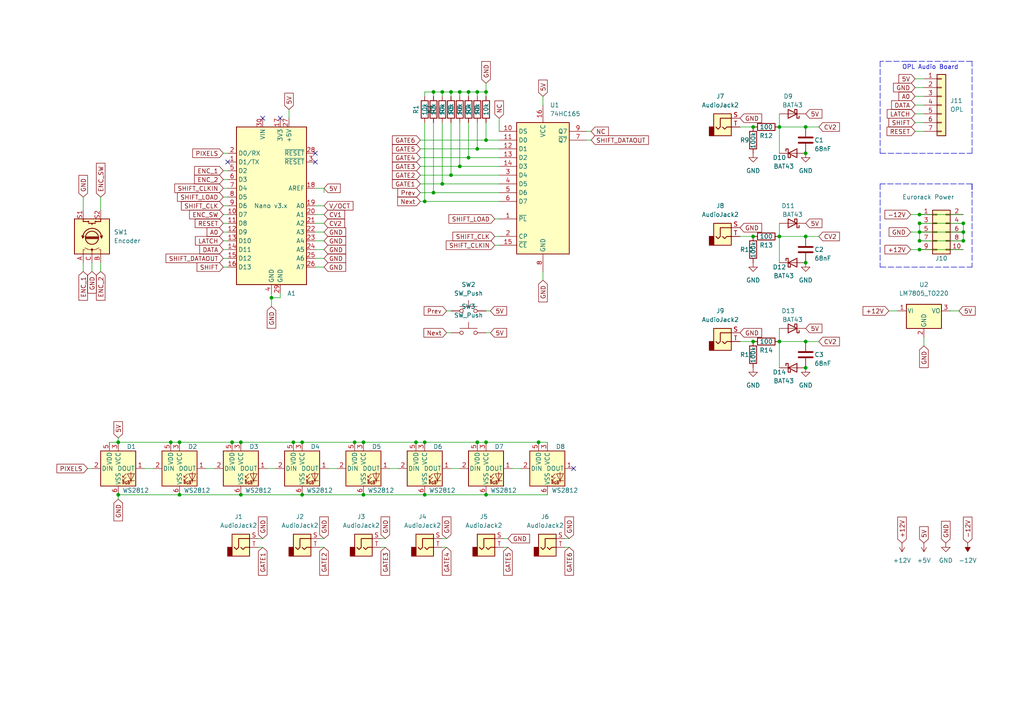
<source format=kicad_sch>
(kicad_sch (version 20211123) (generator eeschema)
  (paper "A4")
  (lib_symbols
    (symbol "74xx:74HC165"
      (property "Reference" "U" (at -7.62 19.05 0))
      (property "Value" "74HC165" (at -7.62 -21.59 0))
      (symbol "74HC165_1_0"
        (pin input line (at -12.7 -10.16 0) (length 5.08) (name "~{PL}") (number "1"))
        (pin input line (at -12.7 15.24 0) (length 5.08) (name "DS") (number "10"))
        (pin input line (at -12.7 12.7 0) (length 5.08) (name "D0") (number "11"))
        (pin input line (at -12.7 10.16 0) (length 5.08) (name "D1") (number "12"))
        (pin input line (at -12.7 7.62 0) (length 5.08) (name "D2") (number "13"))
        (pin input line (at -12.7 5.08 0) (length 5.08) (name "D3") (number "14"))
        (pin input line (at -12.7 -17.78 0) (length 5.08) (name "~{CE}") (number "15"))
        (pin power_in line (at 0 22.86 270) (length 5.08) (name "VCC") (number "16"))
        (pin input line (at -12.7 -15.24 0) (length 5.08) (name "CP") (number "2"))
        (pin input line (at -12.7 2.54 0) (length 5.08) (name "D4") (number "3"))
        (pin input line (at -12.7 0 0) (length 5.08) (name "D5") (number "4"))
        (pin input line (at -12.7 -2.54 0) (length 5.08) (name "D6") (number "5"))
        (pin input line (at -12.7 -5.08 0) (length 5.08) (name "D7") (number "6"))
        (pin output line (at 12.7 12.7 180) (length 5.08) (name "~{Q7}") (number "7"))
        (pin power_in line (at 0 -25.4 90) (length 5.08) (name "GND") (number "8"))
        (pin output line (at 12.7 15.24 180) (length 5.08) (name "Q7") (number "9"))
      )
      (symbol "74HC165_1_1"
        (rectangle (start -7.62 17.78) (end 7.62 -20.32) (stroke (width 0.254)) (fill (type background)))
      )
    )
    (symbol "Connector:AudioJack2"
      (property "Reference" "J" (at 0 8.89 0))
      (property "Value" "AudioJack2" (at 0 6.35 0))
      (symbol "AudioJack2_0_1"
        (rectangle (start -3.81 0) (end -2.54 -2.54) (stroke (width 0.254)) (fill (type outline)))
        (rectangle (start -2.54 3.81) (end 2.54 -2.54) (stroke (width 0.254)) (fill (type background)))
        (polyline (pts (xy 0 0) (xy 0.635 -0.635) (xy 1.27 0) (xy 2.54 0)) (stroke (width 0.254)))
        (polyline (pts (xy 2.54 2.54) (xy -0.635 2.54) (xy -0.635 0) (xy -1.27 -0.635) (xy -1.905 0)) (stroke (width 0.254)))
      )
      (symbol "AudioJack2_1_1"
        (pin passive line (at 5.08 2.54 180) (length 2.54) (name "~") (number "S"))
        (pin passive line (at 5.08 0 180) (length 2.54) (name "~") (number "T"))
      )
    )
    (symbol "Connector_Generic:Conn_01x07" (pin_names (offset 1.016) hide)
      (property "Reference" "J" (at 0 10.16 0))
      (property "Value" "Conn_01x07" (at 0 -10.16 0))
      (symbol "Conn_01x07_1_1"
        (rectangle (start -1.27 -7.493) (end 0 -7.747) (stroke (width 0.1524)))
        (rectangle (start -1.27 -4.953) (end 0 -5.207) (stroke (width 0.1524)))
        (rectangle (start -1.27 -2.413) (end 0 -2.667) (stroke (width 0.1524)))
        (rectangle (start -1.27 0.127) (end 0 -0.127) (stroke (width 0.1524)))
        (rectangle (start -1.27 2.667) (end 0 2.413) (stroke (width 0.1524)))
        (rectangle (start -1.27 5.207) (end 0 4.953) (stroke (width 0.1524)))
        (rectangle (start -1.27 7.747) (end 0 7.493) (stroke (width 0.1524)))
        (rectangle (start -1.27 8.89) (end 1.27 -8.89) (stroke (width 0.254)) (fill (type background)))
        (pin passive line (at -5.08 7.62 0) (length 3.81) (name "Pin_1") (number "1"))
        (pin passive line (at -5.08 5.08 0) (length 3.81) (name "Pin_2") (number "2"))
        (pin passive line (at -5.08 2.54 0) (length 3.81) (name "Pin_3") (number "3"))
        (pin passive line (at -5.08 0 0) (length 3.81) (name "Pin_4") (number "4"))
        (pin passive line (at -5.08 -2.54 0) (length 3.81) (name "Pin_5") (number "5"))
        (pin passive line (at -5.08 -5.08 0) (length 3.81) (name "Pin_6") (number "6"))
        (pin passive line (at -5.08 -7.62 0) (length 3.81) (name "Pin_7") (number "7"))
      )
    )
    (symbol "Connector_Generic:Conn_02x05_Odd_Even" (pin_names (offset 1.016) hide)
      (property "Reference" "J" (at 1.27 7.62 0))
      (property "Value" "Conn_02x05_Odd_Even" (at 1.27 -7.62 0))
      (symbol "Conn_02x05_Odd_Even_1_1"
        (rectangle (start -1.27 -4.953) (end 0 -5.207) (stroke (width 0.1524)))
        (rectangle (start -1.27 -2.413) (end 0 -2.667) (stroke (width 0.1524)))
        (rectangle (start -1.27 0.127) (end 0 -0.127) (stroke (width 0.1524)))
        (rectangle (start -1.27 2.667) (end 0 2.413) (stroke (width 0.1524)))
        (rectangle (start -1.27 5.207) (end 0 4.953) (stroke (width 0.1524)))
        (rectangle (start -1.27 6.35) (end 3.81 -6.35) (stroke (width 0.254)) (fill (type background)))
        (rectangle (start 3.81 -4.953) (end 2.54 -5.207) (stroke (width 0.1524)))
        (rectangle (start 3.81 -2.413) (end 2.54 -2.667) (stroke (width 0.1524)))
        (rectangle (start 3.81 0.127) (end 2.54 -0.127) (stroke (width 0.1524)))
        (rectangle (start 3.81 2.667) (end 2.54 2.413) (stroke (width 0.1524)))
        (rectangle (start 3.81 5.207) (end 2.54 4.953) (stroke (width 0.1524)))
        (pin passive line (at -5.08 5.08 0) (length 3.81) (name "Pin_1") (number "1"))
        (pin passive line (at 7.62 -5.08 180) (length 3.81) (name "Pin_10") (number "10"))
        (pin passive line (at 7.62 5.08 180) (length 3.81) (name "Pin_2") (number "2"))
        (pin passive line (at -5.08 2.54 0) (length 3.81) (name "Pin_3") (number "3"))
        (pin passive line (at 7.62 2.54 180) (length 3.81) (name "Pin_4") (number "4"))
        (pin passive line (at -5.08 0 0) (length 3.81) (name "Pin_5") (number "5"))
        (pin passive line (at 7.62 0 180) (length 3.81) (name "Pin_6") (number "6"))
        (pin passive line (at -5.08 -2.54 0) (length 3.81) (name "Pin_7") (number "7"))
        (pin passive line (at 7.62 -2.54 180) (length 3.81) (name "Pin_8") (number "8"))
        (pin passive line (at -5.08 -5.08 0) (length 3.81) (name "Pin_9") (number "9"))
      )
    )
    (symbol "Device:C" (pin_numbers hide) (pin_names (offset 0.254))
      (property "Reference" "C" (at 0.635 2.54 0))
      (property "Value" "C" (at 0.635 -2.54 0))
      (symbol "C_0_1"
        (polyline (pts (xy -2.032 -0.762) (xy 2.032 -0.762)) (stroke (width 0.508)))
        (polyline (pts (xy -2.032 0.762) (xy 2.032 0.762)) (stroke (width 0.508)))
      )
      (symbol "C_1_1"
        (pin passive line (at 0 3.81 270) (length 2.794) (name "~") (number "1"))
        (pin passive line (at 0 -3.81 90) (length 2.794) (name "~") (number "2"))
      )
    )
    (symbol "Device:R" (pin_numbers hide) (pin_names (offset 0))
      (property "Reference" "R" (at 2.032 0 90))
      (property "Value" "R" (at 0 0 90))
      (symbol "R_0_1"
        (rectangle (start -1.016 -2.54) (end 1.016 2.54) (stroke (width 0.254)))
      )
      (symbol "R_1_1"
        (pin passive line (at 0 3.81 270) (length 1.27) (name "~") (number "1"))
        (pin passive line (at 0 -3.81 90) (length 1.27) (name "~") (number "2"))
      )
    )
    (symbol "Device:RotaryEncoder_Switch" (pin_names (offset 0.254) hide)
      (property "Reference" "SW" (at 0 6.604 0))
      (property "Value" "RotaryEncoder_Switch" (at 0 -6.604 0))
      (symbol "RotaryEncoder_Switch_0_1"
        (rectangle (start -5.08 5.08) (end 5.08 -5.08) (stroke (width 0.254)) (fill (type background)))
        (circle (center -3.81 0) (radius 0.254) (fill (type outline)))
        (arc (start -0.381 -2.794) (mid 2.3622 -0.0508) (end -0.381 2.667) (stroke (width 0.254)))
        (circle (center -0.381 0) (radius 1.905) (stroke (width 0.254)))
        (polyline (pts (xy -0.635 -1.778) (xy -0.635 1.778)) (stroke (width 0.254)))
        (polyline (pts (xy -0.381 -1.778) (xy -0.381 1.778)) (stroke (width 0.254)))
        (polyline (pts (xy -0.127 1.778) (xy -0.127 -1.778)) (stroke (width 0.254)))
        (polyline (pts (xy 3.81 0) (xy 3.429 0)) (stroke (width 0.254)))
        (polyline (pts (xy 3.81 1.016) (xy 3.81 -1.016)) (stroke (width 0.254)))
        (polyline (pts (xy -5.08 -2.54) (xy -3.81 -2.54) (xy -3.81 -2.032)))
        (polyline (pts (xy -5.08 2.54) (xy -3.81 2.54) (xy -3.81 2.032)))
        (polyline (pts (xy 0.254 -3.048) (xy -0.508 -2.794) (xy 0.127 -2.413)) (stroke (width 0.254)))
        (polyline (pts (xy 0.254 2.921) (xy -0.508 2.667) (xy 0.127 2.286)) (stroke (width 0.254)))
        (polyline (pts (xy 5.08 -2.54) (xy 4.318 -2.54) (xy 4.318 -1.016)) (stroke (width 0.254)))
        (polyline (pts (xy 5.08 2.54) (xy 4.318 2.54) (xy 4.318 1.016)) (stroke (width 0.254)))
        (polyline (pts (xy -5.08 0) (xy -3.81 0) (xy -3.81 -1.016) (xy -3.302 -2.032)))
        (polyline (pts (xy -4.318 0) (xy -3.81 0) (xy -3.81 1.016) (xy -3.302 2.032)))
        (circle (center 4.318 -1.016) (radius 0.127) (stroke (width 0.254)))
        (circle (center 4.318 1.016) (radius 0.127) (stroke (width 0.254)))
      )
      (symbol "RotaryEncoder_Switch_1_1"
        (pin passive line (at -7.62 2.54 0) (length 2.54) (name "A") (number "A"))
        (pin passive line (at -7.62 -2.54 0) (length 2.54) (name "B") (number "B"))
        (pin passive line (at -7.62 0 0) (length 2.54) (name "C") (number "C"))
        (pin passive line (at 7.62 2.54 180) (length 2.54) (name "S1") (number "S1"))
        (pin passive line (at 7.62 -2.54 180) (length 2.54) (name "S2") (number "S2"))
      )
    )
    (symbol "Diode:BAT43" (pin_numbers hide) (pin_names (offset 1.016) hide)
      (property "Reference" "D" (at 0 2.54 0))
      (property "Value" "BAT43" (at 0 -2.54 0))
      (symbol "BAT43_0_1"
        (polyline (pts (xy 1.27 0) (xy -1.27 0)))
        (polyline (pts (xy 1.27 1.27) (xy 1.27 -1.27) (xy -1.27 0) (xy 1.27 1.27)) (stroke (width 0.254)))
        (polyline (pts (xy -1.905 0.635) (xy -1.905 1.27) (xy -1.27 1.27) (xy -1.27 -1.27) (xy -0.635 -1.27) (xy -0.635 -0.635)) (stroke (width 0.254)))
      )
      (symbol "BAT43_1_1"
        (pin passive line (at -3.81 0 0) (length 2.54) (name "K") (number "1"))
        (pin passive line (at 3.81 0 180) (length 2.54) (name "A") (number "2"))
      )
    )
    (symbol "LED:WS2812" (pin_names (offset 0.254))
      (property "Reference" "D" (at 5.08 5.715 0))
      (property "Value" "WS2812" (at 1.27 -5.715 0))
      (symbol "WS2812_0_0"
        (text "RGB" (at 2.286 -4.191 0) (effects (font (size 0.762 0.762))))
      )
      (symbol "WS2812_0_1"
        (polyline (pts (xy 1.27 -3.556) (xy 1.778 -3.556)))
        (polyline (pts (xy 1.27 -2.54) (xy 1.778 -2.54)))
        (polyline (pts (xy 4.699 -3.556) (xy 2.667 -3.556)))
        (polyline (pts (xy 2.286 -2.54) (xy 1.27 -3.556) (xy 1.27 -3.048)))
        (polyline (pts (xy 2.286 -1.524) (xy 1.27 -2.54) (xy 1.27 -2.032)))
        (polyline (pts (xy 3.683 -1.016) (xy 3.683 -3.556) (xy 3.683 -4.064)))
        (polyline (pts (xy 4.699 -1.524) (xy 2.667 -1.524) (xy 3.683 -3.556) (xy 4.699 -1.524)))
        (rectangle (start 5.08 5.08) (end -5.08 -5.08) (stroke (width 0.254)) (fill (type background)))
      )
      (symbol "WS2812_1_1"
        (pin output line (at 7.62 0 180) (length 2.54) (name "DOUT") (number "1"))
        (pin input line (at -7.62 0 0) (length 2.54) (name "DIN") (number "2"))
        (pin power_in line (at 0 7.62 270) (length 2.54) (name "VCC") (number "3"))
        (pin no_connect line (at 5.08 2.54 180) (length 2.54) hide (name "NC") (number "4"))
        (pin power_in line (at -2.54 7.62 270) (length 2.54) (name "VDD") (number "5"))
        (pin power_in line (at 0 -7.62 90) (length 2.54) (name "VSS") (number "6"))
      )
    )
    (symbol "MCU_Module:Arduino_Nano_v3.x"
      (property "Reference" "A" (at -10.16 23.495 0))
      (property "Value" "Arduino_Nano_v3.x" (at 5.08 -24.13 0))
      (symbol "Arduino_Nano_v3.x_0_1"
        (rectangle (start -10.16 22.86) (end 10.16 -22.86) (stroke (width 0.254)) (fill (type background)))
      )
      (symbol "Arduino_Nano_v3.x_1_1"
        (pin bidirectional line (at -12.7 12.7 0) (length 2.54) (name "D1/TX") (number "1"))
        (pin bidirectional line (at -12.7 -2.54 0) (length 2.54) (name "D7") (number "10"))
        (pin bidirectional line (at -12.7 -5.08 0) (length 2.54) (name "D8") (number "11"))
        (pin bidirectional line (at -12.7 -7.62 0) (length 2.54) (name "D9") (number "12"))
        (pin bidirectional line (at -12.7 -10.16 0) (length 2.54) (name "D10") (number "13"))
        (pin bidirectional line (at -12.7 -12.7 0) (length 2.54) (name "D11") (number "14"))
        (pin bidirectional line (at -12.7 -15.24 0) (length 2.54) (name "D12") (number "15"))
        (pin bidirectional line (at -12.7 -17.78 0) (length 2.54) (name "D13") (number "16"))
        (pin power_out line (at 2.54 25.4 270) (length 2.54) (name "3V3") (number "17"))
        (pin input line (at 12.7 5.08 180) (length 2.54) (name "AREF") (number "18"))
        (pin bidirectional line (at 12.7 0 180) (length 2.54) (name "A0") (number "19"))
        (pin bidirectional line (at -12.7 15.24 0) (length 2.54) (name "D0/RX") (number "2"))
        (pin bidirectional line (at 12.7 -2.54 180) (length 2.54) (name "A1") (number "20"))
        (pin bidirectional line (at 12.7 -5.08 180) (length 2.54) (name "A2") (number "21"))
        (pin bidirectional line (at 12.7 -7.62 180) (length 2.54) (name "A3") (number "22"))
        (pin bidirectional line (at 12.7 -10.16 180) (length 2.54) (name "A4") (number "23"))
        (pin bidirectional line (at 12.7 -12.7 180) (length 2.54) (name "A5") (number "24"))
        (pin bidirectional line (at 12.7 -15.24 180) (length 2.54) (name "A6") (number "25"))
        (pin bidirectional line (at 12.7 -17.78 180) (length 2.54) (name "A7") (number "26"))
        (pin power_out line (at 5.08 25.4 270) (length 2.54) (name "+5V") (number "27"))
        (pin input line (at 12.7 15.24 180) (length 2.54) (name "~{RESET}") (number "28"))
        (pin power_in line (at 2.54 -25.4 90) (length 2.54) (name "GND") (number "29"))
        (pin input line (at 12.7 12.7 180) (length 2.54) (name "~{RESET}") (number "3"))
        (pin power_in line (at -2.54 25.4 270) (length 2.54) (name "VIN") (number "30"))
        (pin power_in line (at 0 -25.4 90) (length 2.54) (name "GND") (number "4"))
        (pin bidirectional line (at -12.7 10.16 0) (length 2.54) (name "D2") (number "5"))
        (pin bidirectional line (at -12.7 7.62 0) (length 2.54) (name "D3") (number "6"))
        (pin bidirectional line (at -12.7 5.08 0) (length 2.54) (name "D4") (number "7"))
        (pin bidirectional line (at -12.7 2.54 0) (length 2.54) (name "D5") (number "8"))
        (pin bidirectional line (at -12.7 0 0) (length 2.54) (name "D6") (number "9"))
      )
    )
    (symbol "Regulator_Linear:LM7805_TO220" (pin_names (offset 0.254))
      (property "Reference" "U" (at -3.81 3.175 0))
      (property "Value" "LM7805_TO220" (at 0 3.175 0))
      (symbol "LM7805_TO220_0_1"
        (rectangle (start -5.08 1.905) (end 5.08 -5.08) (stroke (width 0.254)) (fill (type background)))
      )
      (symbol "LM7805_TO220_1_1"
        (pin power_in line (at -7.62 0 0) (length 2.54) (name "VI") (number "1"))
        (pin power_in line (at 0 -7.62 90) (length 2.54) (name "GND") (number "2"))
        (pin power_out line (at 7.62 0 180) (length 2.54) (name "VO") (number "3"))
      )
    )
    (symbol "Switch:SW_Push" (pin_numbers hide) (pin_names (offset 1.016) hide)
      (property "Reference" "SW" (at 1.27 2.54 0))
      (property "Value" "SW_Push" (at 0 -1.524 0))
      (symbol "SW_Push_0_1"
        (circle (center -2.032 0) (radius 0.508))
        (polyline (pts (xy 0 1.27) (xy 0 3.048)))
        (polyline (pts (xy 2.54 1.27) (xy -2.54 1.27)))
        (circle (center 2.032 0) (radius 0.508))
        (pin passive line (at -5.08 0 0) (length 2.54) (name "1") (number "1"))
        (pin passive line (at 5.08 0 180) (length 2.54) (name "2") (number "2"))
      )
    )
    (symbol "power:+12V" (power) (pin_names (offset 0))
      (property "Value" "+12V" (at 0 3.556 0))
      (symbol "+12V_0_1"
        (polyline (pts (xy -0.762 1.27) (xy 0 2.54)))
        (polyline (pts (xy 0 0) (xy 0 2.54)))
        (polyline (pts (xy 0 2.54) (xy 0.762 1.27)))
      )
      (symbol "+12V_1_1"
        (pin power_in line (at 0 0 90) (length 0) hide (name "+12V") (number "1"))
      )
    )
    (symbol "power:+5V" (power) (pin_names (offset 0))
      (property "Value" "+5V" (at 0 3.556 0))
      (symbol "+5V_0_1"
        (polyline (pts (xy -0.762 1.27) (xy 0 2.54)))
        (polyline (pts (xy 0 0) (xy 0 2.54)))
        (polyline (pts (xy 0 2.54) (xy 0.762 1.27)))
      )
      (symbol "+5V_1_1"
        (pin power_in line (at 0 0 90) (length 0) hide (name "+5V") (number "1"))
      )
    )
    (symbol "power:-12V" (power) (pin_names (offset 0))
      (property "Value" "-12V" (at 0 3.81 0))
      (symbol "-12V_0_0"
        (pin power_in line (at 0 0 90) (length 0) hide (name "-12V") (number "1"))
      )
      (symbol "-12V_0_1"
        (polyline (pts (xy 0 0) (xy 0 1.27) (xy 0.762 1.27) (xy 0 2.54) (xy -0.762 1.27) (xy 0 1.27)) (fill (type outline)))
      )
    )
    (symbol "power:GND" (power) (pin_names (offset 0))
      (property "Value" "GND" (at 0 -3.81 0))
      (symbol "GND_0_1"
        (polyline (pts (xy 0 0) (xy 0 -1.27) (xy 1.27 -1.27) (xy 0 -2.54) (xy -1.27 -1.27) (xy 0 -1.27)))
      )
      (symbol "GND_1_1"
        (pin power_in line (at 0 0 270) (length 0) hide (name "GND") (number "1"))
      )
    )
  )
  (junction (at 233.68 99.06))
  (junction (at 138.43 128.27))
  (junction (at 279.4 64.77))
  (junction (at 218.44 99.06))
  (junction (at 266.7 62.23))
  (junction (at 279.4 69.85))
  (junction (at 87.63 143.51))
  (junction (at 105.41 143.51))
  (junction (at 133.35 26.67))
  (junction (at 233.68 76.2))
  (junction (at 140.97 143.51))
  (junction (at 226.06 99.06))
  (junction (at 135.89 45.72))
  (junction (at 226.06 68.58))
  (junction (at 130.81 50.8))
  (junction (at 123.19 143.51))
  (junction (at 78.74 86.36))
  (junction (at 140.97 40.64))
  (junction (at 34.29 128.27))
  (junction (at 105.41 128.27))
  (junction (at 135.89 26.67))
  (junction (at 233.68 44.45))
  (junction (at 49.53 128.27))
  (junction (at 233.68 106.68))
  (junction (at 140.97 26.67))
  (junction (at 123.19 128.27))
  (junction (at 233.68 36.83))
  (junction (at 218.44 36.83))
  (junction (at 69.85 128.27))
  (junction (at 87.63 128.27))
  (junction (at 128.27 53.34))
  (junction (at 85.09 128.27))
  (junction (at 138.43 43.18))
  (junction (at 69.85 143.51))
  (junction (at 233.68 68.58))
  (junction (at 125.73 55.88))
  (junction (at 140.97 128.27))
  (junction (at 279.4 67.31))
  (junction (at 125.73 26.67))
  (junction (at 120.65 128.27))
  (junction (at 52.07 128.27))
  (junction (at 67.31 128.27))
  (junction (at 266.7 69.85))
  (junction (at 218.44 68.58))
  (junction (at 128.27 26.67))
  (junction (at 266.7 64.77))
  (junction (at 226.06 36.83))
  (junction (at 138.43 26.67))
  (junction (at 156.21 128.27))
  (junction (at 52.07 143.51))
  (junction (at 102.87 128.27))
  (junction (at 123.19 58.42))
  (junction (at 266.7 72.39))
  (junction (at 34.29 143.51))
  (junction (at 133.35 48.26))
  (junction (at 130.81 26.67))
  (junction (at 266.7 67.31))
  (no_connect (at 91.44 46.99))
  (no_connect (at 91.44 44.45))
  (no_connect (at 81.28 34.29))
  (no_connect (at 76.2 34.29))
  (no_connect (at 66.04 46.99))
  (no_connect (at 166.37 135.89))
  (wire (pts (xy 64.77 52.07) (xy 66.04 52.07)))
  (wire (pts (xy 41.91 135.89) (xy 44.45 135.89)))
  (wire (pts (xy 49.53 128.27) (xy 52.07 128.27)))
  (wire (pts (xy 110.49 158.75) (xy 111.76 158.75)))
  (wire (pts (xy 226.06 68.58) (xy 233.68 68.58)))
  (polyline (pts (xy 255.27 77.47) (xy 281.94 77.47)))
  (wire (pts (xy 157.48 27.94) (xy 157.48 30.48)))
  (wire (pts (xy 52.07 143.51) (xy 69.85 143.51)))
  (wire (pts (xy 130.81 35.56) (xy 130.81 50.8)))
  (wire (pts (xy 266.7 67.31) (xy 279.4 67.31)))
  (wire (pts (xy 64.77 59.69) (xy 66.04 59.69)))
  (wire (pts (xy 87.63 143.51) (xy 105.41 143.51)))
  (wire (pts (xy 233.68 43.18) (xy 233.68 44.45)))
  (wire (pts (xy 144.78 34.29) (xy 144.78 38.1)))
  (wire (pts (xy 64.77 69.85) (xy 66.04 69.85)))
  (wire (pts (xy 125.73 55.88) (xy 144.78 55.88)))
  (wire (pts (xy 135.89 45.72) (xy 144.78 45.72)))
  (wire (pts (xy 214.63 36.83) (xy 218.44 36.83)))
  (wire (pts (xy 128.27 156.21) (xy 129.54 156.21)))
  (wire (pts (xy 91.44 64.77) (xy 93.98 64.77)))
  (wire (pts (xy 91.44 74.93) (xy 93.98 74.93)))
  (polyline (pts (xy 281.94 53.34) (xy 255.27 53.34)))
  (wire (pts (xy 91.44 62.23) (xy 93.98 62.23)))
  (wire (pts (xy 214.63 99.06) (xy 218.44 99.06)))
  (wire (pts (xy 121.92 45.72) (xy 135.89 45.72)))
  (wire (pts (xy 91.44 67.31) (xy 93.98 67.31)))
  (wire (pts (xy 265.43 27.94) (xy 267.97 27.94)))
  (polyline (pts (xy 255.27 17.78) (xy 255.27 44.45)))
  (wire (pts (xy 266.7 62.23) (xy 279.4 62.23)))
  (wire (pts (xy 24.13 76.2) (xy 24.13 78.74)))
  (wire (pts (xy 226.06 99.06) (xy 226.06 106.68)))
  (wire (pts (xy 34.29 128.27) (xy 49.53 128.27)))
  (wire (pts (xy 133.35 35.56) (xy 133.35 48.26)))
  (wire (pts (xy 128.27 53.34) (xy 144.78 53.34)))
  (wire (pts (xy 91.44 59.69) (xy 93.98 59.69)))
  (wire (pts (xy 123.19 26.67) (xy 125.73 26.67)))
  (wire (pts (xy 146.05 158.75) (xy 147.32 158.75)))
  (polyline (pts (xy 255.27 53.34) (xy 255.27 77.47)))
  (wire (pts (xy 138.43 43.18) (xy 144.78 43.18)))
  (polyline (pts (xy 255.27 44.45) (xy 281.94 44.45)))
  (wire (pts (xy 129.54 90.17) (xy 130.81 90.17)))
  (wire (pts (xy 135.89 26.67) (xy 138.43 26.67)))
  (wire (pts (xy 226.06 99.06) (xy 233.68 99.06)))
  (wire (pts (xy 266.7 64.77) (xy 279.4 64.77)))
  (wire (pts (xy 264.16 62.23) (xy 266.7 62.23)))
  (wire (pts (xy 279.4 67.31) (xy 279.4 69.85)))
  (wire (pts (xy 121.92 43.18) (xy 138.43 43.18)))
  (wire (pts (xy 123.19 27.94) (xy 123.19 26.67)))
  (wire (pts (xy 156.21 128.27) (xy 158.75 128.27)))
  (wire (pts (xy 69.85 128.27) (xy 85.09 128.27)))
  (wire (pts (xy 140.97 24.13) (xy 140.97 26.67)))
  (wire (pts (xy 138.43 27.94) (xy 138.43 26.67)))
  (wire (pts (xy 121.92 53.34) (xy 128.27 53.34)))
  (wire (pts (xy 275.59 90.17) (xy 278.13 90.17)))
  (wire (pts (xy 64.77 64.77) (xy 66.04 64.77)))
  (wire (pts (xy 77.47 135.89) (xy 80.01 135.89)))
  (wire (pts (xy 91.44 69.85) (xy 93.98 69.85)))
  (wire (pts (xy 64.77 67.31) (xy 66.04 67.31)))
  (wire (pts (xy 110.49 156.21) (xy 111.76 156.21)))
  (wire (pts (xy 29.21 57.15) (xy 29.21 60.96)))
  (wire (pts (xy 143.51 63.5) (xy 144.78 63.5)))
  (wire (pts (xy 59.69 135.89) (xy 62.23 135.89)))
  (wire (pts (xy 130.81 26.67) (xy 133.35 26.67)))
  (wire (pts (xy 266.7 64.77) (xy 266.7 67.31)))
  (wire (pts (xy 233.68 36.83) (xy 237.49 36.83)))
  (wire (pts (xy 123.19 128.27) (xy 138.43 128.27)))
  (wire (pts (xy 143.51 68.58) (xy 144.78 68.58)))
  (wire (pts (xy 87.63 128.27) (xy 102.87 128.27)))
  (wire (pts (xy 163.83 158.75) (xy 165.1 158.75)))
  (wire (pts (xy 133.35 26.67) (xy 135.89 26.67)))
  (wire (pts (xy 69.85 143.51) (xy 87.63 143.51)))
  (polyline (pts (xy 281.94 17.78) (xy 262.89 17.78)))
  (wire (pts (xy 64.77 57.15) (xy 66.04 57.15)))
  (wire (pts (xy 129.54 96.52) (xy 130.81 96.52)))
  (wire (pts (xy 140.97 40.64) (xy 144.78 40.64)))
  (wire (pts (xy 133.35 27.94) (xy 133.35 26.67)))
  (wire (pts (xy 226.06 95.25) (xy 226.06 99.06)))
  (wire (pts (xy 146.05 156.21) (xy 147.32 156.21)))
  (wire (pts (xy 83.82 31.75) (xy 83.82 34.29)))
  (wire (pts (xy 64.77 44.45) (xy 66.04 44.45)))
  (wire (pts (xy 265.43 35.56) (xy 267.97 35.56)))
  (wire (pts (xy 34.29 127) (xy 34.29 128.27)))
  (wire (pts (xy 105.41 143.51) (xy 123.19 143.51)))
  (wire (pts (xy 265.43 38.1) (xy 267.97 38.1)))
  (wire (pts (xy 92.71 156.21) (xy 93.98 156.21)))
  (wire (pts (xy 26.67 76.2) (xy 26.67 78.74)))
  (wire (pts (xy 121.92 40.64) (xy 140.97 40.64)))
  (wire (pts (xy 25.4 135.89) (xy 26.67 135.89)))
  (wire (pts (xy 140.97 96.52) (xy 142.24 96.52)))
  (wire (pts (xy 279.4 64.77) (xy 279.4 67.31)))
  (wire (pts (xy 91.44 77.47) (xy 93.98 77.47)))
  (wire (pts (xy 102.87 128.27) (xy 105.41 128.27)))
  (wire (pts (xy 121.92 50.8) (xy 130.81 50.8)))
  (wire (pts (xy 138.43 128.27) (xy 140.97 128.27)))
  (wire (pts (xy 265.43 30.48) (xy 267.97 30.48)))
  (wire (pts (xy 140.97 26.67) (xy 140.97 27.94)))
  (wire (pts (xy 52.07 128.27) (xy 67.31 128.27)))
  (wire (pts (xy 74.93 158.75) (xy 76.2 158.75)))
  (wire (pts (xy 266.7 67.31) (xy 266.7 69.85)))
  (wire (pts (xy 125.73 27.94) (xy 125.73 26.67)))
  (wire (pts (xy 67.31 128.27) (xy 69.85 128.27)))
  (polyline (pts (xy 265.43 17.78) (xy 255.27 17.78)))
  (wire (pts (xy 113.03 135.89) (xy 115.57 135.89)))
  (wire (pts (xy 81.28 86.36) (xy 78.74 86.36)))
  (wire (pts (xy 125.73 35.56) (xy 125.73 55.88)))
  (wire (pts (xy 233.68 68.58) (xy 237.49 68.58)))
  (wire (pts (xy 140.97 143.51) (xy 158.75 143.51)))
  (wire (pts (xy 78.74 86.36) (xy 78.74 88.9)))
  (polyline (pts (xy 281.94 53.34) (xy 281.94 55.88)))
  (wire (pts (xy 214.63 68.58) (xy 218.44 68.58)))
  (wire (pts (xy 34.29 144.78) (xy 34.29 143.51)))
  (wire (pts (xy 226.06 68.58) (xy 226.06 76.2)))
  (wire (pts (xy 257.81 90.17) (xy 260.35 90.17)))
  (wire (pts (xy 91.44 72.39) (xy 93.98 72.39)))
  (wire (pts (xy 31.75 128.27) (xy 34.29 128.27)))
  (wire (pts (xy 123.19 58.42) (xy 144.78 58.42)))
  (wire (pts (xy 233.68 74.93) (xy 233.68 76.2)))
  (wire (pts (xy 64.77 77.47) (xy 66.04 77.47)))
  (wire (pts (xy 81.28 85.09) (xy 81.28 86.36)))
  (wire (pts (xy 130.81 50.8) (xy 144.78 50.8)))
  (wire (pts (xy 267.97 97.79) (xy 267.97 100.33)))
  (wire (pts (xy 64.77 49.53) (xy 66.04 49.53)))
  (wire (pts (xy 265.43 33.02) (xy 267.97 33.02)))
  (polyline (pts (xy 281.94 53.34) (xy 281.94 77.47)))
  (wire (pts (xy 140.97 35.56) (xy 140.97 40.64)))
  (wire (pts (xy 64.77 72.39) (xy 66.04 72.39)))
  (wire (pts (xy 85.09 128.27) (xy 87.63 128.27)))
  (wire (pts (xy 64.77 62.23) (xy 66.04 62.23)))
  (wire (pts (xy 233.68 99.06) (xy 237.49 99.06)))
  (wire (pts (xy 128.27 26.67) (xy 130.81 26.67)))
  (wire (pts (xy 92.71 158.75) (xy 93.98 158.75)))
  (wire (pts (xy 93.98 55.88) (xy 93.98 54.61)))
  (wire (pts (xy 138.43 26.67) (xy 140.97 26.67)))
  (wire (pts (xy 226.06 33.02) (xy 226.06 36.83)))
  (wire (pts (xy 64.77 54.61) (xy 66.04 54.61)))
  (wire (pts (xy 148.59 135.89) (xy 151.13 135.89)))
  (wire (pts (xy 266.7 69.85) (xy 279.4 69.85)))
  (wire (pts (xy 170.18 40.64) (xy 171.45 40.64)))
  (wire (pts (xy 266.7 72.39) (xy 279.4 72.39)))
  (wire (pts (xy 264.16 72.39) (xy 266.7 72.39)))
  (wire (pts (xy 233.68 105.41) (xy 233.68 106.68)))
  (wire (pts (xy 265.43 25.4) (xy 267.97 25.4)))
  (wire (pts (xy 135.89 35.56) (xy 135.89 45.72)))
  (wire (pts (xy 130.81 27.94) (xy 130.81 26.67)))
  (wire (pts (xy 121.92 55.88) (xy 125.73 55.88)))
  (wire (pts (xy 34.29 143.51) (xy 52.07 143.51)))
  (wire (pts (xy 265.43 22.86) (xy 267.97 22.86)))
  (wire (pts (xy 157.48 78.74) (xy 157.48 81.28)))
  (wire (pts (xy 125.73 26.67) (xy 128.27 26.67)))
  (wire (pts (xy 105.41 128.27) (xy 120.65 128.27)))
  (wire (pts (xy 138.43 35.56) (xy 138.43 43.18)))
  (polyline (pts (xy 281.94 44.45) (xy 281.94 17.78)))
  (wire (pts (xy 128.27 27.94) (xy 128.27 26.67)))
  (wire (pts (xy 226.06 36.83) (xy 226.06 44.45)))
  (wire (pts (xy 123.19 35.56) (xy 123.19 58.42)))
  (wire (pts (xy 226.06 64.77) (xy 226.06 68.58)))
  (wire (pts (xy 24.13 57.15) (xy 24.13 60.96)))
  (wire (pts (xy 143.51 71.12) (xy 144.78 71.12)))
  (wire (pts (xy 95.25 135.89) (xy 97.79 135.89)))
  (wire (pts (xy 120.65 128.27) (xy 123.19 128.27)))
  (wire (pts (xy 135.89 27.94) (xy 135.89 26.67)))
  (wire (pts (xy 123.19 143.51) (xy 140.97 143.51)))
  (wire (pts (xy 140.97 128.27) (xy 156.21 128.27)))
  (wire (pts (xy 264.16 67.31) (xy 266.7 67.31)))
  (wire (pts (xy 64.77 74.93) (xy 66.04 74.93)))
  (wire (pts (xy 78.74 85.09) (xy 78.74 86.36)))
  (wire (pts (xy 128.27 158.75) (xy 129.54 158.75)))
  (wire (pts (xy 130.81 135.89) (xy 133.35 135.89)))
  (wire (pts (xy 226.06 36.83) (xy 233.68 36.83)))
  (wire (pts (xy 74.93 156.21) (xy 76.2 156.21)))
  (wire (pts (xy 133.35 48.26) (xy 144.78 48.26)))
  (wire (pts (xy 29.21 76.2) (xy 29.21 78.74)))
  (wire (pts (xy 140.97 90.17) (xy 142.24 90.17)))
  (wire (pts (xy 121.92 48.26) (xy 133.35 48.26)))
  (wire (pts (xy 163.83 156.21) (xy 165.1 156.21)))
  (wire (pts (xy 170.18 38.1) (xy 171.45 38.1)))
  (wire (pts (xy 91.44 54.61) (xy 93.98 54.61)))
  (wire (pts (xy 128.27 35.56) (xy 128.27 53.34)))
  (wire (pts (xy 121.92 58.42) (xy 123.19 58.42)))
  (text "OPL Audio Board" (at 261.62 20.32 0) (effects (font (size 1.27 1.27)) (justify left bottom)))
  (global_label "GND" (shape input) (at 24.13 57.15 90) (property "Intersheet References" "${INTERSHEET_REFS}" (effects hide)))
  (global_label "GND" (shape input) (at 265.43 25.4 180) (property "Intersheet References" "${INTERSHEET_REFS}" (effects hide)))
  (global_label "GATE3" (shape input) (at 111.76 158.75 270) (property "Intersheet References" "${INTERSHEET_REFS}" (effects hide)))
  (global_label "GATE2" (shape input) (at 121.92 50.8 180) (property "Intersheet References" "${INTERSHEET_REFS}" (effects hide)))
  (global_label "GND" (shape input) (at 93.98 67.31 0) (property "Intersheet References" "${INTERSHEET_REFS}" (effects hide)))
  (global_label "CV2" (shape input) (at 237.49 99.06 0) (property "Intersheet References" "${INTERSHEET_REFS}" (effects hide)))
  (global_label "GND" (shape input) (at 214.63 66.04 0) (property "Intersheet References" "${INTERSHEET_REFS}" (effects hide)))
  (global_label "DATA" (shape input) (at 265.43 30.48 180) (property "Intersheet References" "${INTERSHEET_REFS}" (effects hide)))
  (global_label "5V" (shape input) (at 267.97 157.48 90) (property "Intersheet References" "${INTERSHEET_REFS}" (effects hide)))
  (global_label "GND" (shape input) (at 267.97 100.33 270) (property "Intersheet References" "${INTERSHEET_REFS}" (effects hide)))
  (global_label "GND" (shape input) (at 34.29 144.78 270) (property "Intersheet References" "${INTERSHEET_REFS}" (effects hide)))
  (global_label "GND" (shape input) (at 76.2 156.21 90) (property "Intersheet References" "${INTERSHEET_REFS}" (effects hide)))
  (global_label "GATE4" (shape input) (at 129.54 158.75 270) (property "Intersheet References" "${INTERSHEET_REFS}" (effects hide)))
  (global_label "DATA" (shape input) (at 64.77 72.39 180) (property "Intersheet References" "${INTERSHEET_REFS}" (effects hide)))
  (global_label "GND" (shape input) (at 111.76 156.21 90) (property "Intersheet References" "${INTERSHEET_REFS}" (effects hide)))
  (global_label "GATE5" (shape input) (at 147.32 158.75 270) (property "Intersheet References" "${INTERSHEET_REFS}" (effects hide)))
  (global_label "5V" (shape input) (at 142.24 90.17 0) (property "Intersheet References" "${INTERSHEET_REFS}" (effects hide)))
  (global_label "PIXELS" (shape input) (at 64.77 44.45 180) (property "Intersheet References" "${INTERSHEET_REFS}" (effects hide)))
  (global_label "GATE6" (shape input) (at 165.1 158.75 270) (property "Intersheet References" "${INTERSHEET_REFS}" (effects hide)))
  (global_label "GND" (shape input) (at 165.1 156.21 90) (property "Intersheet References" "${INTERSHEET_REFS}" (effects hide)))
  (global_label "GND" (shape input) (at 93.98 156.21 90) (property "Intersheet References" "${INTERSHEET_REFS}" (effects hide)))
  (global_label "GATE6" (shape input) (at 121.92 40.64 180) (property "Intersheet References" "${INTERSHEET_REFS}" (effects hide)))
  (global_label "5V" (shape input) (at 83.82 31.75 90) (property "Intersheet References" "${INTERSHEET_REFS}" (effects hide)))
  (global_label "5V" (shape input) (at 278.13 90.17 0) (property "Intersheet References" "${INTERSHEET_REFS}" (effects hide)))
  (global_label "GATE1" (shape input) (at 76.2 158.75 270) (property "Intersheet References" "${INTERSHEET_REFS}" (effects hide)))
  (global_label "GND" (shape input) (at 93.98 72.39 0) (property "Intersheet References" "${INTERSHEET_REFS}" (effects hide)))
  (global_label "LATCH" (shape input) (at 265.43 33.02 180) (property "Intersheet References" "${INTERSHEET_REFS}" (effects hide)))
  (global_label "CV2" (shape input) (at 237.49 68.58 0) (property "Intersheet References" "${INTERSHEET_REFS}" (effects hide)))
  (global_label "V{slash}OCT" (shape input) (at 93.98 59.69 0) (property "Intersheet References" "${INTERSHEET_REFS}" (effects hide)))
  (global_label "CV1" (shape input) (at 93.98 62.23 0) (property "Intersheet References" "${INTERSHEET_REFS}" (effects hide)))
  (global_label "SHIFT_CLK" (shape input) (at 64.77 59.69 180) (property "Intersheet References" "${INTERSHEET_REFS}" (effects hide)))
  (global_label "ENC_2" (shape input) (at 29.21 78.74 270) (property "Intersheet References" "${INTERSHEET_REFS}" (effects hide)))
  (global_label "5V" (shape input) (at 157.48 27.94 90) (property "Intersheet References" "${INTERSHEET_REFS}" (effects hide)))
  (global_label "GND" (shape input) (at 264.16 67.31 180) (property "Intersheet References" "${INTERSHEET_REFS}" (effects hide)))
  (global_label "GND" (shape input) (at 78.74 88.9 270) (property "Intersheet References" "${INTERSHEET_REFS}" (effects hide)))
  (global_label "GATE1" (shape input) (at 121.92 53.34 180) (property "Intersheet References" "${INTERSHEET_REFS}" (effects hide)))
  (global_label "GND" (shape input) (at 26.67 78.74 270) (property "Intersheet References" "${INTERSHEET_REFS}" (effects hide)))
  (global_label "SHIFT_CLKIN" (shape input) (at 64.77 54.61 180) (property "Intersheet References" "${INTERSHEET_REFS}" (effects hide)))
  (global_label "SHIFT" (shape input) (at 265.43 35.56 180) (property "Intersheet References" "${INTERSHEET_REFS}" (effects hide)))
  (global_label "+12V" (shape input) (at 261.62 157.48 90) (property "Intersheet References" "${INTERSHEET_REFS}" (effects hide)))
  (global_label "CV2" (shape input) (at 237.49 36.83 0) (property "Intersheet References" "${INTERSHEET_REFS}" (effects hide)))
  (global_label "GND" (shape input) (at 157.48 81.28 270) (property "Intersheet References" "${INTERSHEET_REFS}" (effects hide)))
  (global_label "RESET" (shape input) (at 265.43 38.1 180) (property "Intersheet References" "${INTERSHEET_REFS}" (effects hide)))
  (global_label "GND" (shape input) (at 274.32 157.48 90) (property "Intersheet References" "${INTERSHEET_REFS}" (effects hide)))
  (global_label "GND" (shape input) (at 147.32 156.21 0) (property "Intersheet References" "${INTERSHEET_REFS}" (effects hide)))
  (global_label "GND" (shape input) (at 129.54 156.21 90) (property "Intersheet References" "${INTERSHEET_REFS}" (effects hide)))
  (global_label "5V" (shape input) (at 265.43 22.86 180) (property "Intersheet References" "${INTERSHEET_REFS}" (effects hide)))
  (global_label "LATCH" (shape input) (at 64.77 69.85 180) (property "Intersheet References" "${INTERSHEET_REFS}" (effects hide)))
  (global_label "Prev" (shape input) (at 129.54 90.17 180) (property "Intersheet References" "${INTERSHEET_REFS}" (effects hide)))
  (global_label "PIXELS" (shape input) (at 25.4 135.89 180) (property "Intersheet References" "${INTERSHEET_REFS}" (effects hide)))
  (global_label "Next" (shape input) (at 129.54 96.52 180) (property "Intersheet References" "${INTERSHEET_REFS}" (effects hide)))
  (global_label "GATE2" (shape input) (at 93.98 158.75 270) (property "Intersheet References" "${INTERSHEET_REFS}" (effects hide)))
  (global_label "SHIFT_DATAOUT" (shape input) (at 64.77 74.93 180) (property "Intersheet References" "${INTERSHEET_REFS}" (effects hide)))
  (global_label "ENC_1" (shape input) (at 64.77 49.53 180) (property "Intersheet References" "${INTERSHEET_REFS}" (effects hide)))
  (global_label "5V" (shape input) (at 233.68 64.77 0) (property "Intersheet References" "${INTERSHEET_REFS}" (effects hide)))
  (global_label "GND" (shape input) (at 214.63 96.52 0) (property "Intersheet References" "${INTERSHEET_REFS}" (effects hide)))
  (global_label "SHIFT" (shape input) (at 64.77 77.47 180) (property "Intersheet References" "${INTERSHEET_REFS}" (effects hide)))
  (global_label "Prev" (shape input) (at 121.92 55.88 180) (property "Intersheet References" "${INTERSHEET_REFS}" (effects hide)))
  (global_label "GND" (shape input) (at 93.98 77.47 0) (property "Intersheet References" "${INTERSHEET_REFS}" (effects hide)))
  (global_label "RESET" (shape input) (at 64.77 64.77 180) (property "Intersheet References" "${INTERSHEET_REFS}" (effects hide)))
  (global_label "NC" (shape input) (at 144.78 34.29 90) (property "Intersheet References" "${INTERSHEET_REFS}" (effects hide)))
  (global_label "-12V" (shape input) (at 280.67 157.48 90) (property "Intersheet References" "${INTERSHEET_REFS}" (effects hide)))
  (global_label "SHIFT_LOAD" (shape input) (at 143.51 63.5 180) (property "Intersheet References" "${INTERSHEET_REFS}" (effects hide)))
  (global_label "+12V" (shape input) (at 264.16 72.39 180) (property "Intersheet References" "${INTERSHEET_REFS}" (effects hide)))
  (global_label "5V" (shape input) (at 233.68 95.25 0) (property "Intersheet References" "${INTERSHEET_REFS}" (effects hide)))
  (global_label "SHIFT_CLK" (shape input) (at 143.51 68.58 180) (property "Intersheet References" "${INTERSHEET_REFS}" (effects hide)))
  (global_label "5V" (shape input) (at 142.24 96.52 0) (property "Intersheet References" "${INTERSHEET_REFS}" (effects hide)))
  (global_label "5V" (shape input) (at 233.68 33.02 0) (property "Intersheet References" "${INTERSHEET_REFS}" (effects hide)))
  (global_label "SHIFT_LOAD" (shape input) (at 64.77 57.15 180) (property "Intersheet References" "${INTERSHEET_REFS}" (effects hide)))
  (global_label "GND" (shape input) (at 93.98 74.93 0) (property "Intersheet References" "${INTERSHEET_REFS}" (effects hide)))
  (global_label "+12V" (shape input) (at 257.81 90.17 180) (property "Intersheet References" "${INTERSHEET_REFS}" (effects hide)))
  (global_label "GATE5" (shape input) (at 121.92 43.18 180) (property "Intersheet References" "${INTERSHEET_REFS}" (effects hide)))
  (global_label "A0" (shape input) (at 265.43 27.94 180) (property "Intersheet References" "${INTERSHEET_REFS}" (effects hide)))
  (global_label "5V" (shape input) (at 93.98 54.61 0) (property "Intersheet References" "${INTERSHEET_REFS}" (effects hide)))
  (global_label "GATE4" (shape input) (at 121.92 45.72 180) (property "Intersheet References" "${INTERSHEET_REFS}" (effects hide)))
  (global_label "GND" (shape input) (at 93.98 69.85 0) (property "Intersheet References" "${INTERSHEET_REFS}" (effects hide)))
  (global_label "ENC_SW" (shape input) (at 64.77 62.23 180) (property "Intersheet References" "${INTERSHEET_REFS}" (effects hide)))
  (global_label "GND" (shape input) (at 214.63 34.29 0) (property "Intersheet References" "${INTERSHEET_REFS}" (effects hide)))
  (global_label "GND" (shape input) (at 140.97 24.13 90) (property "Intersheet References" "${INTERSHEET_REFS}" (effects hide)))
  (global_label "ENC_2" (shape input) (at 64.77 52.07 180) (property "Intersheet References" "${INTERSHEET_REFS}" (effects hide)))
  (global_label "SHIFT_CLKIN" (shape input) (at 143.51 71.12 180) (property "Intersheet References" "${INTERSHEET_REFS}" (effects hide)))
  (global_label "ENC_SW" (shape input) (at 29.21 57.15 90) (property "Intersheet References" "${INTERSHEET_REFS}" (effects hide)))
  (global_label "SHIFT_DATAOUT" (shape input) (at 171.45 40.64 0) (property "Intersheet References" "${INTERSHEET_REFS}" (effects hide)))
  (global_label "ENC_1" (shape input) (at 24.13 78.74 270) (property "Intersheet References" "${INTERSHEET_REFS}" (effects hide)))
  (global_label "CV2" (shape input) (at 93.98 64.77 0) (property "Intersheet References" "${INTERSHEET_REFS}" (effects hide)))
  (global_label "Next" (shape input) (at 121.92 58.42 180) (property "Intersheet References" "${INTERSHEET_REFS}" (effects hide)))
  (global_label "GATE3" (shape input) (at 121.92 48.26 180) (property "Intersheet References" "${INTERSHEET_REFS}" (effects hide)))
  (global_label "NC" (shape input) (at 171.45 38.1 0) (property "Intersheet References" "${INTERSHEET_REFS}" (effects hide)))
  (global_label "5V" (shape input) (at 34.29 127 90) (property "Intersheet References" "${INTERSHEET_REFS}" (effects hide)))
  (global_label "-12V" (shape input) (at 264.16 62.23 180) (property "Intersheet References" "${INTERSHEET_REFS}" (effects hide)))
  (global_label "A0" (shape input) (at 64.77 67.31 180) (property "Intersheet References" "${INTERSHEET_REFS}" (effects hide)))
  (symbol (lib_id "Device:C") (at 233.68 102.87 0) (unit 1)
    (property "Reference" "C3" (at 236.22 102.87 0) (effects (justify left)))
    (property "Value" "68nF" (at 236.22 105.41 0) (effects (justify left)))
    (property "Footprint" "Capacitor_SMD:C_0805_2012Metric" (effects hide))
  )
  (symbol (lib_id "Device:R") (at 222.25 99.06 90) (unit 1)
    (property "Reference" "R14" (at 222.25 101.6 90))
    (property "Value" "100" (at 222.25 99.06 90))
    (property "Footprint" "Resistor_SMD:R_0805_2012Metric" (effects hide))
  )
  (symbol (lib_id "Connector:AudioJack2") (at 105.41 158.75 0) (unit 1)
    (property "Reference" "J3" (at 104.775 149.86 0))
    (property "Value" "AudioJack2" (at 104.775 152.4 0))
    (property "Footprint" "Connector_Audio:Jack_3.5mm_QingPu_WQP-PJ398SM_Vertical_CircularHoles" (effects hide))
  )
  (symbol (lib_id "Device:RotaryEncoder_Switch") (at 26.67 68.58 90) (unit 1)
    (property "Reference" "SW1" (at 33.02 67.3099 90) (effects (justify right)))
    (property "Value" "Encoder" (at 33.02 69.8499 90) (effects (justify right)))
    (property "Footprint" "Rotary_Encoder:RotaryEncoder_Alps_EC11E-Switch_Vertical_H20mm" (effects hide))
  )
  (symbol (lib_id "Switch:SW_Push") (at 135.89 90.17 0) (unit 1)
    (property "Reference" "SW2" (at 135.89 82.55 0))
    (property "Value" "SW_Push" (at 135.89 85.09 0))
    (property "Footprint" "Button_Switch_THT:SW_PUSH_6mm_H5mm" (effects hide))
  )
  (symbol (lib_id "Device:R") (at 218.44 72.39 0) (unit 1)
    (property "Reference" "R10" (at 214.63 72.39 0) (effects (justify left)))
    (property "Value" "100k" (at 218.44 74.93 90) (effects (justify left)))
    (property "Footprint" "Resistor_SMD:R_0805_2012Metric" (effects hide))
  )
  (symbol (lib_id "Connector:AudioJack2") (at 123.19 158.75 0) (unit 1)
    (property "Reference" "J4" (at 122.555 149.86 0))
    (property "Value" "AudioJack2" (at 122.555 152.4 0))
    (property "Footprint" "Connector_Audio:Jack_3.5mm_QingPu_WQP-PJ398SM_Vertical_CircularHoles" (effects hide))
  )
  (symbol (lib_id "Device:R") (at 140.97 31.75 0) (unit 1)
    (property "Reference" "R8" (at 138.43 31.75 90))
    (property "Value" "10k" (at 140.97 31.75 90))
    (property "Footprint" "Resistor_SMD:R_0805_2012Metric" (effects hide))
  )
  (symbol (lib_id "LED:WS2812") (at 123.19 135.89 0) (unit 1)
    (property "Reference" "D6" (at 127 129.54 0))
    (property "Value" "WS2812" (at 128.27 142.24 0))
    (property "Footprint" "LED_SMD:LED_WS2812_PLCC6_5.0x5.0mm_P1.6mm" (effects hide))
    (property "Datasheet" "https://cdn-shop.adafruit.com/datasheets/WS2812.pdf" (effects hide))
  )
  (symbol (lib_id "power:GND") (at 218.44 106.68 0) (unit 1)
    (property "Reference" "#PWR03" (effects hide))
    (property "Value" "GND" (at 218.44 111.76 0))
  )
  (symbol (lib_id "Device:R") (at 128.27 31.75 0) (unit 1)
    (property "Reference" "R3" (at 125.73 31.75 90))
    (property "Value" "10k" (at 128.27 31.75 90))
    (property "Footprint" "Resistor_SMD:R_0805_2012Metric" (effects hide))
  )
  (symbol (lib_id "Diode:BAT43") (at 229.87 44.45 0) (unit 1)
    (property "Reference" "D10" (at 226.06 45.72 0))
    (property "Value" "BAT43" (at 227.33 48.26 0))
    (property "Footprint" "Diode_SMD:D_0805_2012Metric" (effects hide))
    (property "Datasheet" "http://www.vishay.com/docs/85660/bat42.pdf" (effects hide))
  )
  (symbol (lib_id "power:GND") (at 274.32 157.48 0) (unit 1)
    (property "Reference" "#PWR09" (effects hide))
    (property "Value" "GND" (at 274.32 162.56 0))
  )
  (symbol (lib_id "MCU_Module:Arduino_Nano_v3.x") (at 78.74 59.69 0) (unit 1)
    (property "Reference" "A1" (at 83.2994 85.09 0) (effects (justify left)))
    (property "Value" "Nano v3.x" (at 73.66 59.69 0) (effects (justify left)))
    (property "Footprint" "Module:Arduino_Nano_WithMountingHoles" (effects hide))
    (property "Datasheet" "http://www.mouser.com/pdfdocs/Gravitech_Arduino_Nano3_0.pdf" (effects hide))
  )
  (symbol (lib_id "LED:WS2812") (at 87.63 135.89 0) (unit 1)
    (property "Reference" "D4" (at 91.44 129.54 0))
    (property "Value" "WS2812" (at 92.71 142.24 0))
    (property "Footprint" "LED_SMD:LED_WS2812_PLCC6_5.0x5.0mm_P1.6mm" (effects hide))
    (property "Datasheet" "https://cdn-shop.adafruit.com/datasheets/WS2812.pdf" (effects hide))
  )
  (symbol (lib_id "Device:R") (at 135.89 31.75 0) (unit 1)
    (property "Reference" "R6" (at 133.35 31.75 90))
    (property "Value" "10k" (at 135.89 31.75 90))
    (property "Footprint" "Resistor_SMD:R_0805_2012Metric" (effects hide))
  )
  (symbol (lib_id "Device:R") (at 138.43 31.75 0) (unit 1)
    (property "Reference" "R7" (at 135.89 31.75 90))
    (property "Value" "10k" (at 138.43 31.75 90))
    (property "Footprint" "Resistor_SMD:R_0805_2012Metric" (effects hide))
  )
  (symbol (lib_id "LED:WS2812") (at 105.41 135.89 0) (unit 1)
    (property "Reference" "D5" (at 109.22 129.54 0))
    (property "Value" "WS2812" (at 110.49 142.24 0))
    (property "Footprint" "LED_SMD:LED_WS2812_PLCC6_5.0x5.0mm_P1.6mm" (effects hide))
    (property "Datasheet" "https://cdn-shop.adafruit.com/datasheets/WS2812.pdf" (effects hide))
  )
  (symbol (lib_id "Connector_Generic:Conn_02x05_Odd_Even") (at 271.78 67.31 0) (unit 1)
    (property "Reference" "J10" (at 273.05 74.93 0))
    (property "Value" "Eurorack Power" (at 269.24 57.15 0))
    (property "Footprint" "Connector_IDC:IDC-Header_2x05_P2.54mm_Vertical" (effects hide))
  )
  (symbol (lib_id "Device:C") (at 233.68 40.64 0) (unit 1)
    (property "Reference" "C1" (at 236.22 40.64 0) (effects (justify left)))
    (property "Value" "68nF" (at 236.22 43.18 0) (effects (justify left)))
    (property "Footprint" "Capacitor_SMD:C_0805_2012Metric" (effects hide))
  )
  (symbol (lib_id "power:GND") (at 218.44 76.2 0) (unit 1)
    (property "Reference" "#PWR02" (effects hide))
    (property "Value" "GND" (at 218.44 81.28 0))
  )
  (symbol (lib_id "Regulator_Linear:LM7805_TO220") (at 267.97 90.17 0) (unit 1)
    (property "Reference" "U2" (at 267.97 82.55 0))
    (property "Value" "LM7805_TO220" (at 267.97 85.09 0))
    (property "Footprint" "Package_TO_SOT_SMD:SOT-223-3_TabPin2" (effects hide))
    (property "Datasheet" "https://www.onsemi.cn/PowerSolutions/document/MC7800-D.PDF" (effects hide))
  )
  (symbol (lib_id "power:-12V") (at 280.67 157.48 180) (unit 1)
    (property "Reference" "#PWR010" (effects hide))
    (property "Value" "-12V" (at 280.67 162.56 0))
  )
  (symbol (lib_id "LED:WS2812") (at 52.07 135.89 0) (unit 1)
    (property "Reference" "D2" (at 55.88 129.54 0))
    (property "Value" "WS2812" (at 57.15 142.24 0))
    (property "Footprint" "LED_SMD:LED_WS2812_PLCC6_5.0x5.0mm_P1.6mm" (effects hide))
    (property "Datasheet" "https://cdn-shop.adafruit.com/datasheets/WS2812.pdf" (effects hide))
  )
  (symbol (lib_id "Device:R") (at 123.19 31.75 0) (unit 1)
    (property "Reference" "R1" (at 120.65 31.75 90))
    (property "Value" "10k" (at 123.19 31.75 90))
    (property "Footprint" "Resistor_SMD:R_0805_2012Metric" (effects hide))
  )
  (symbol (lib_id "power:GND") (at 233.68 106.68 0) (unit 1)
    (property "Reference" "#PWR06" (effects hide))
    (property "Value" "GND" (at 233.68 111.76 0))
  )
  (symbol (lib_id "Diode:BAT43") (at 229.87 76.2 0) (unit 1)
    (property "Reference" "D12" (at 226.06 77.47 0))
    (property "Value" "BAT43" (at 227.33 80.01 0))
    (property "Footprint" "Diode_SMD:D_0805_2012Metric" (effects hide))
    (property "Datasheet" "http://www.vishay.com/docs/85660/bat42.pdf" (effects hide))
  )
  (symbol (lib_id "power:+12V") (at 261.62 157.48 180) (unit 1)
    (property "Reference" "#PWR07" (effects hide))
    (property "Value" "+12V" (at 261.62 162.56 0))
  )
  (symbol (lib_id "Connector:AudioJack2") (at 87.63 158.75 0) (unit 1)
    (property "Reference" "J2" (at 86.995 149.86 0))
    (property "Value" "AudioJack2" (at 86.995 152.4 0))
    (property "Footprint" "Connector_Audio:Jack_3.5mm_QingPu_WQP-PJ398SM_Vertical_CircularHoles" (effects hide))
  )
  (symbol (lib_id "Device:R") (at 222.25 36.83 90) (unit 1)
    (property "Reference" "R12" (at 222.25 39.37 90))
    (property "Value" "100" (at 222.25 36.83 90))
    (property "Footprint" "Resistor_SMD:R_0805_2012Metric" (effects hide))
  )
  (symbol (lib_id "Diode:BAT43") (at 229.87 106.68 0) (unit 1)
    (property "Reference" "D14" (at 226.06 107.95 0))
    (property "Value" "BAT43" (at 227.33 110.49 0))
    (property "Footprint" "Diode_SMD:D_0805_2012Metric" (effects hide))
    (property "Datasheet" "http://www.vishay.com/docs/85660/bat42.pdf" (effects hide))
  )
  (symbol (lib_id "LED:WS2812") (at 140.97 135.89 0) (unit 1)
    (property "Reference" "D7" (at 144.78 129.54 0))
    (property "Value" "WS2812" (at 146.05 142.24 0))
    (property "Footprint" "LED_SMD:LED_WS2812_PLCC6_5.0x5.0mm_P1.6mm" (effects hide))
    (property "Datasheet" "https://cdn-shop.adafruit.com/datasheets/WS2812.pdf" (effects hide))
  )
  (symbol (lib_id "Device:R") (at 130.81 31.75 0) (unit 1)
    (property "Reference" "R4" (at 128.27 31.75 90))
    (property "Value" "10k" (at 130.81 31.75 90))
    (property "Footprint" "Resistor_SMD:R_0805_2012Metric" (effects hide))
  )
  (symbol (lib_id "Connector:AudioJack2") (at 158.75 158.75 0) (unit 1)
    (property "Reference" "J6" (at 158.115 149.86 0))
    (property "Value" "AudioJack2" (at 158.115 152.4 0))
    (property "Footprint" "Connector_Audio:Jack_3.5mm_QingPu_WQP-PJ398SM_Vertical_CircularHoles" (effects hide))
  )
  (symbol (lib_id "Diode:BAT43") (at 229.87 95.25 180) (unit 1)
    (property "Reference" "D13" (at 228.6 90.17 0))
    (property "Value" "BAT43" (at 229.87 92.71 0))
    (property "Footprint" "Diode_SMD:D_0805_2012Metric" (effects hide))
    (property "Datasheet" "http://www.vishay.com/docs/85660/bat42.pdf" (effects hide))
  )
  (symbol (lib_id "Switch:SW_Push") (at 135.89 96.52 0) (unit 1)
    (property "Reference" "SW3" (at 135.89 88.9 0))
    (property "Value" "SW_Push" (at 135.89 91.44 0))
    (property "Footprint" "Button_Switch_THT:SW_PUSH_6mm_H5mm" (effects hide))
  )
  (symbol (lib_id "Connector:AudioJack2") (at 209.55 68.58 0) (unit 1)
    (property "Reference" "J8" (at 208.915 59.69 0))
    (property "Value" "AudioJack2" (at 208.915 62.23 0))
    (property "Footprint" "Connector_Audio:Jack_3.5mm_QingPu_WQP-PJ398SM_Vertical_CircularHoles" (effects hide))
  )
  (symbol (lib_id "Connector:AudioJack2") (at 140.97 158.75 0) (unit 1)
    (property "Reference" "J5" (at 140.335 149.86 0))
    (property "Value" "AudioJack2" (at 140.335 152.4 0))
    (property "Footprint" "Connector_Audio:Jack_3.5mm_QingPu_WQP-PJ398SM_Vertical_CircularHoles" (effects hide))
  )
  (symbol (lib_id "power:GND") (at 218.44 44.45 0) (unit 1)
    (property "Reference" "#PWR01" (effects hide))
    (property "Value" "GND" (at 218.44 49.53 0))
  )
  (symbol (lib_id "power:GND") (at 233.68 44.45 0) (unit 1)
    (property "Reference" "#PWR04" (effects hide))
    (property "Value" "GND" (at 233.68 49.53 0))
  )
  (symbol (lib_id "LED:WS2812") (at 158.75 135.89 0) (unit 1)
    (property "Reference" "D8" (at 162.56 129.54 0))
    (property "Value" "WS2812" (at 163.83 142.24 0))
    (property "Footprint" "LED_SMD:LED_WS2812_PLCC6_5.0x5.0mm_P1.6mm" (effects hide))
    (property "Datasheet" "https://cdn-shop.adafruit.com/datasheets/WS2812.pdf" (effects hide))
  )
  (symbol (lib_id "Device:R") (at 133.35 31.75 0) (unit 1)
    (property "Reference" "R5" (at 130.81 31.75 90))
    (property "Value" "10k" (at 133.35 31.75 90))
    (property "Footprint" "Resistor_SMD:R_0805_2012Metric" (effects hide))
  )
  (symbol (lib_id "Device:R") (at 218.44 40.64 0) (unit 1)
    (property "Reference" "R9" (at 214.63 40.64 0) (effects (justify left)))
    (property "Value" "100k" (at 218.44 43.18 90) (effects (justify left)))
    (property "Footprint" "Resistor_SMD:R_0805_2012Metric" (effects hide))
  )
  (symbol (lib_id "74xx:74HC165") (at 157.48 53.34 0) (unit 1)
    (property "Reference" "U1" (at 159.4994 30.48 0) (effects (justify left)))
    (property "Value" "74HC165" (at 159.4994 33.02 0) (effects (justify left)))
    (property "Footprint" "Package_SO:SOIC-16_3.9x9.9mm_P1.27mm" (effects hide))
    (property "Datasheet" "https://assets.nexperia.com/documents/data-sheet/74HC_HCT165.pdf" (effects hide))
  )
  (symbol (lib_id "Connector:AudioJack2") (at 209.55 36.83 0) (unit 1)
    (property "Reference" "J7" (at 208.915 27.94 0))
    (property "Value" "AudioJack2" (at 208.915 30.48 0))
    (property "Footprint" "Connector_Audio:Jack_3.5mm_QingPu_WQP-PJ398SM_Vertical_CircularHoles" (effects hide))
  )
  (symbol (lib_id "LED:WS2812") (at 34.29 135.89 0) (unit 1)
    (property "Reference" "D1" (at 38.1 129.54 0))
    (property "Value" "WS2812" (at 39.37 142.24 0))
    (property "Footprint" "LED_SMD:LED_WS2812_PLCC6_5.0x5.0mm_P1.6mm" (effects hide))
    (property "Datasheet" "https://cdn-shop.adafruit.com/datasheets/WS2812.pdf" (effects hide))
  )
  (symbol (lib_id "Connector:AudioJack2") (at 69.85 158.75 0) (unit 1)
    (property "Reference" "J1" (at 69.215 149.86 0))
    (property "Value" "AudioJack2" (at 69.215 152.4 0))
    (property "Footprint" "Connector_Audio:Jack_3.5mm_QingPu_WQP-PJ398SM_Vertical_CircularHoles" (effects hide))
  )
  (symbol (lib_id "power:+5V") (at 267.97 157.48 180) (unit 1)
    (property "Reference" "#PWR08" (effects hide))
    (property "Value" "+5V" (at 267.97 162.56 0))
  )
  (symbol (lib_id "Device:R") (at 218.44 102.87 0) (unit 1)
    (property "Reference" "R11" (at 214.63 102.87 0) (effects (justify left)))
    (property "Value" "100k" (at 218.44 105.41 90) (effects (justify left)))
    (property "Footprint" "Resistor_SMD:R_0805_2012Metric" (effects hide))
  )
  (symbol (lib_id "Connector:AudioJack2") (at 209.55 99.06 0) (unit 1)
    (property "Reference" "J9" (at 208.915 90.17 0))
    (property "Value" "AudioJack2" (at 208.915 92.71 0))
    (property "Footprint" "Connector_Audio:Jack_3.5mm_QingPu_WQP-PJ398SM_Vertical_CircularHoles" (effects hide))
  )
  (symbol (lib_id "Connector_Generic:Conn_01x07") (at 273.05 30.48 0) (unit 1)
    (property "Reference" "J11" (at 275.59 29.2099 0) (effects (justify left)))
    (property "Value" "OPL" (at 275.59 31.7499 0) (effects (justify left)))
    (property "Footprint" "Connector_PinSocket_2.54mm:PinSocket_1x07_P2.54mm_Vertical" (effects hide))
  )
  (symbol (lib_id "Device:C") (at 233.68 72.39 0) (unit 1)
    (property "Reference" "C2" (at 236.22 72.39 0) (effects (justify left)))
    (property "Value" "68nF" (at 236.22 74.93 0) (effects (justify left)))
    (property "Footprint" "Capacitor_SMD:C_0805_2012Metric" (effects hide))
  )
  (symbol (lib_id "LED:WS2812") (at 69.85 135.89 0) (unit 1)
    (property "Reference" "D3" (at 73.66 129.54 0))
    (property "Value" "WS2812" (at 74.93 142.24 0))
    (property "Footprint" "LED_SMD:LED_WS2812_PLCC6_5.0x5.0mm_P1.6mm" (effects hide))
    (property "Datasheet" "https://cdn-shop.adafruit.com/datasheets/WS2812.pdf" (effects hide))
  )
  (symbol (lib_id "power:GND") (at 233.68 76.2 0) (unit 1)
    (property "Reference" "#PWR05" (effects hide))
    (property "Value" "GND" (at 233.68 81.28 0))
  )
  (symbol (lib_id "Diode:BAT43") (at 229.87 33.02 180) (unit 1)
    (property "Reference" "D9" (at 228.6 27.94 0))
    (property "Value" "BAT43" (at 229.87 30.48 0))
    (property "Footprint" "Diode_SMD:D_0805_2012Metric" (effects hide))
    (property "Datasheet" "http://www.vishay.com/docs/85660/bat42.pdf" (effects hide))
  )
  (symbol (lib_id "Diode:BAT43") (at 229.87 64.77 180) (unit 1)
    (property "Reference" "D11" (at 228.6 59.69 0))
    (property "Value" "BAT43" (at 229.87 62.23 0))
    (property "Footprint" "Diode_SMD:D_0805_2012Metric" (effects hide))
    (property "Datasheet" "http://www.vishay.com/docs/85660/bat42.pdf" (effects hide))
  )
  (symbol (lib_id "Device:R") (at 222.25 68.58 90) (unit 1)
    (property "Reference" "R13" (at 222.25 71.12 90))
    (property "Value" "100" (at 222.25 68.58 90))
    (property "Footprint" "Resistor_SMD:R_0805_2012Metric" (effects hide))
  )
  (symbol (lib_id "Device:R") (at 125.73 31.75 0) (unit 1)
    (property "Reference" "R2" (at 124.46 31.75 90))
    (property "Value" "10k" (at 125.73 31.75 90))
    (property "Footprint" "Resistor_SMD:R_0805_2012Metric" (effects hide))
  )
)
</source>
